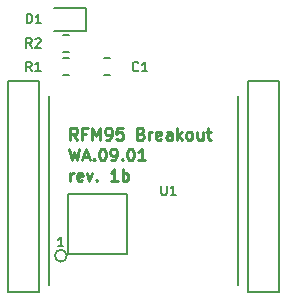
<source format=gto>
G04 #@! TF.GenerationSoftware,KiCad,Pcbnew,(5.1.4)-1*
G04 #@! TF.CreationDate,2019-10-27T13:01:11+01:00*
G04 #@! TF.ProjectId,project,70726f6a-6563-4742-9e6b-696361645f70,1b*
G04 #@! TF.SameCoordinates,Original*
G04 #@! TF.FileFunction,Legend,Top*
G04 #@! TF.FilePolarity,Positive*
%FSLAX46Y46*%
G04 Gerber Fmt 4.6, Leading zero omitted, Abs format (unit mm)*
G04 Created by KiCad (PCBNEW (5.1.4)-1) date 2019-10-27 13:01:11*
%MOMM*%
%LPD*%
G04 APERTURE LIST*
%ADD10C,0.250000*%
%ADD11C,0.150000*%
%ADD12C,0.200000*%
G04 APERTURE END LIST*
D10*
X122513563Y-87955440D02*
X122180230Y-87479250D01*
X121942135Y-87955440D02*
X121942135Y-86955440D01*
X122323087Y-86955440D01*
X122418325Y-87003060D01*
X122465944Y-87050679D01*
X122513563Y-87145917D01*
X122513563Y-87288774D01*
X122465944Y-87384012D01*
X122418325Y-87431631D01*
X122323087Y-87479250D01*
X121942135Y-87479250D01*
X123275468Y-87431631D02*
X122942135Y-87431631D01*
X122942135Y-87955440D02*
X122942135Y-86955440D01*
X123418325Y-86955440D01*
X123799278Y-87955440D02*
X123799278Y-86955440D01*
X124132611Y-87669726D01*
X124465944Y-86955440D01*
X124465944Y-87955440D01*
X124989754Y-87955440D02*
X125180230Y-87955440D01*
X125275468Y-87907821D01*
X125323087Y-87860202D01*
X125418325Y-87717345D01*
X125465944Y-87526869D01*
X125465944Y-87145917D01*
X125418325Y-87050679D01*
X125370706Y-87003060D01*
X125275468Y-86955440D01*
X125084992Y-86955440D01*
X124989754Y-87003060D01*
X124942135Y-87050679D01*
X124894516Y-87145917D01*
X124894516Y-87384012D01*
X124942135Y-87479250D01*
X124989754Y-87526869D01*
X125084992Y-87574488D01*
X125275468Y-87574488D01*
X125370706Y-87526869D01*
X125418325Y-87479250D01*
X125465944Y-87384012D01*
X126370706Y-86955440D02*
X125894516Y-86955440D01*
X125846897Y-87431631D01*
X125894516Y-87384012D01*
X125989754Y-87336393D01*
X126227849Y-87336393D01*
X126323087Y-87384012D01*
X126370706Y-87431631D01*
X126418325Y-87526869D01*
X126418325Y-87764964D01*
X126370706Y-87860202D01*
X126323087Y-87907821D01*
X126227849Y-87955440D01*
X125989754Y-87955440D01*
X125894516Y-87907821D01*
X125846897Y-87860202D01*
X127942135Y-87431631D02*
X128084992Y-87479250D01*
X128132611Y-87526869D01*
X128180230Y-87622107D01*
X128180230Y-87764964D01*
X128132611Y-87860202D01*
X128084992Y-87907821D01*
X127989754Y-87955440D01*
X127608801Y-87955440D01*
X127608801Y-86955440D01*
X127942135Y-86955440D01*
X128037373Y-87003060D01*
X128084992Y-87050679D01*
X128132611Y-87145917D01*
X128132611Y-87241155D01*
X128084992Y-87336393D01*
X128037373Y-87384012D01*
X127942135Y-87431631D01*
X127608801Y-87431631D01*
X128608801Y-87955440D02*
X128608801Y-87288774D01*
X128608801Y-87479250D02*
X128656420Y-87384012D01*
X128704040Y-87336393D01*
X128799278Y-87288774D01*
X128894516Y-87288774D01*
X129608801Y-87907821D02*
X129513563Y-87955440D01*
X129323087Y-87955440D01*
X129227849Y-87907821D01*
X129180230Y-87812583D01*
X129180230Y-87431631D01*
X129227849Y-87336393D01*
X129323087Y-87288774D01*
X129513563Y-87288774D01*
X129608801Y-87336393D01*
X129656420Y-87431631D01*
X129656420Y-87526869D01*
X129180230Y-87622107D01*
X130513563Y-87955440D02*
X130513563Y-87431631D01*
X130465944Y-87336393D01*
X130370706Y-87288774D01*
X130180230Y-87288774D01*
X130084992Y-87336393D01*
X130513563Y-87907821D02*
X130418325Y-87955440D01*
X130180230Y-87955440D01*
X130084992Y-87907821D01*
X130037373Y-87812583D01*
X130037373Y-87717345D01*
X130084992Y-87622107D01*
X130180230Y-87574488D01*
X130418325Y-87574488D01*
X130513563Y-87526869D01*
X130989754Y-87955440D02*
X130989754Y-86955440D01*
X131084992Y-87574488D02*
X131370706Y-87955440D01*
X131370706Y-87288774D02*
X130989754Y-87669726D01*
X131942135Y-87955440D02*
X131846897Y-87907821D01*
X131799278Y-87860202D01*
X131751659Y-87764964D01*
X131751659Y-87479250D01*
X131799278Y-87384012D01*
X131846897Y-87336393D01*
X131942135Y-87288774D01*
X132084992Y-87288774D01*
X132180230Y-87336393D01*
X132227849Y-87384012D01*
X132275468Y-87479250D01*
X132275468Y-87764964D01*
X132227849Y-87860202D01*
X132180230Y-87907821D01*
X132084992Y-87955440D01*
X131942135Y-87955440D01*
X133132611Y-87288774D02*
X133132611Y-87955440D01*
X132704040Y-87288774D02*
X132704040Y-87812583D01*
X132751659Y-87907821D01*
X132846897Y-87955440D01*
X132989754Y-87955440D01*
X133084992Y-87907821D01*
X133132611Y-87860202D01*
X133465944Y-87288774D02*
X133846897Y-87288774D01*
X133608801Y-86955440D02*
X133608801Y-87812583D01*
X133656420Y-87907821D01*
X133751659Y-87955440D01*
X133846897Y-87955440D01*
X121846897Y-88705440D02*
X122084992Y-89705440D01*
X122275468Y-88991155D01*
X122465944Y-89705440D01*
X122704040Y-88705440D01*
X123037373Y-89419726D02*
X123513563Y-89419726D01*
X122942135Y-89705440D02*
X123275468Y-88705440D01*
X123608801Y-89705440D01*
X123942135Y-89610202D02*
X123989754Y-89657821D01*
X123942135Y-89705440D01*
X123894516Y-89657821D01*
X123942135Y-89610202D01*
X123942135Y-89705440D01*
X124608801Y-88705440D02*
X124704040Y-88705440D01*
X124799278Y-88753060D01*
X124846897Y-88800679D01*
X124894516Y-88895917D01*
X124942135Y-89086393D01*
X124942135Y-89324488D01*
X124894516Y-89514964D01*
X124846897Y-89610202D01*
X124799278Y-89657821D01*
X124704040Y-89705440D01*
X124608801Y-89705440D01*
X124513563Y-89657821D01*
X124465944Y-89610202D01*
X124418325Y-89514964D01*
X124370706Y-89324488D01*
X124370706Y-89086393D01*
X124418325Y-88895917D01*
X124465944Y-88800679D01*
X124513563Y-88753060D01*
X124608801Y-88705440D01*
X125418325Y-89705440D02*
X125608801Y-89705440D01*
X125704040Y-89657821D01*
X125751659Y-89610202D01*
X125846897Y-89467345D01*
X125894516Y-89276869D01*
X125894516Y-88895917D01*
X125846897Y-88800679D01*
X125799278Y-88753060D01*
X125704040Y-88705440D01*
X125513563Y-88705440D01*
X125418325Y-88753060D01*
X125370706Y-88800679D01*
X125323087Y-88895917D01*
X125323087Y-89134012D01*
X125370706Y-89229250D01*
X125418325Y-89276869D01*
X125513563Y-89324488D01*
X125704040Y-89324488D01*
X125799278Y-89276869D01*
X125846897Y-89229250D01*
X125894516Y-89134012D01*
X126323087Y-89610202D02*
X126370706Y-89657821D01*
X126323087Y-89705440D01*
X126275468Y-89657821D01*
X126323087Y-89610202D01*
X126323087Y-89705440D01*
X126989754Y-88705440D02*
X127084992Y-88705440D01*
X127180230Y-88753060D01*
X127227849Y-88800679D01*
X127275468Y-88895917D01*
X127323087Y-89086393D01*
X127323087Y-89324488D01*
X127275468Y-89514964D01*
X127227849Y-89610202D01*
X127180230Y-89657821D01*
X127084992Y-89705440D01*
X126989754Y-89705440D01*
X126894516Y-89657821D01*
X126846897Y-89610202D01*
X126799278Y-89514964D01*
X126751659Y-89324488D01*
X126751659Y-89086393D01*
X126799278Y-88895917D01*
X126846897Y-88800679D01*
X126894516Y-88753060D01*
X126989754Y-88705440D01*
X128275468Y-89705440D02*
X127704040Y-89705440D01*
X127989754Y-89705440D02*
X127989754Y-88705440D01*
X127894516Y-88848298D01*
X127799278Y-88943536D01*
X127704040Y-88991155D01*
X121942135Y-91455440D02*
X121942135Y-90788774D01*
X121942135Y-90979250D02*
X121989754Y-90884012D01*
X122037373Y-90836393D01*
X122132611Y-90788774D01*
X122227849Y-90788774D01*
X122942135Y-91407821D02*
X122846897Y-91455440D01*
X122656420Y-91455440D01*
X122561182Y-91407821D01*
X122513563Y-91312583D01*
X122513563Y-90931631D01*
X122561182Y-90836393D01*
X122656420Y-90788774D01*
X122846897Y-90788774D01*
X122942135Y-90836393D01*
X122989754Y-90931631D01*
X122989754Y-91026869D01*
X122513563Y-91122107D01*
X123323087Y-90788774D02*
X123561182Y-91455440D01*
X123799278Y-90788774D01*
X124180230Y-91360202D02*
X124227849Y-91407821D01*
X124180230Y-91455440D01*
X124132611Y-91407821D01*
X124180230Y-91360202D01*
X124180230Y-91455440D01*
X125942135Y-91455440D02*
X125370706Y-91455440D01*
X125656420Y-91455440D02*
X125656420Y-90455440D01*
X125561182Y-90598298D01*
X125465944Y-90693536D01*
X125370706Y-90741155D01*
X126370706Y-91455440D02*
X126370706Y-90455440D01*
X126370706Y-90836393D02*
X126465944Y-90788774D01*
X126656420Y-90788774D01*
X126751659Y-90836393D01*
X126799278Y-90884012D01*
X126846897Y-90979250D01*
X126846897Y-91264964D01*
X126799278Y-91360202D01*
X126751659Y-91407821D01*
X126656420Y-91455440D01*
X126465944Y-91455440D01*
X126370706Y-91407821D01*
D11*
X121767600Y-92583000D02*
X126776480Y-92583000D01*
X126776480Y-97604580D02*
X126776480Y-92595700D01*
X126779020Y-97591880D02*
X121770140Y-97591880D01*
X121770140Y-92583000D02*
X121770140Y-97591880D01*
D12*
X121361171Y-96996204D02*
X120904028Y-96996204D01*
X121132600Y-96996204D02*
X121132600Y-96196204D01*
X121056409Y-96310490D01*
X120980219Y-96386680D01*
X120904028Y-96424776D01*
D11*
X120130300Y-100278200D02*
X120130300Y-84278200D01*
X136130300Y-100278200D02*
X136130300Y-84278200D01*
X121630300Y-97778200D02*
G75*
G03X121630300Y-97778200I-500000J0D01*
G01*
X125274838Y-81080540D02*
X124757682Y-81080540D01*
X125274838Y-82500540D02*
X124757682Y-82500540D01*
X121815358Y-82500540D02*
X121298202Y-82500540D01*
X121815358Y-81080540D02*
X121298202Y-81080540D01*
X120569480Y-78711940D02*
X123254480Y-78711940D01*
X123254480Y-78711940D02*
X123254480Y-76791940D01*
X123254480Y-76791940D02*
X120569480Y-76791940D01*
X121310902Y-79071400D02*
X121828058Y-79071400D01*
X121310902Y-80491400D02*
X121828058Y-80491400D01*
X116640300Y-82947200D02*
X119300300Y-82947200D01*
X116640300Y-100847200D02*
X116650300Y-82947200D01*
X119300300Y-100847200D02*
X119310300Y-82947200D01*
X116640300Y-100847200D02*
X119300300Y-100847200D01*
X136973000Y-82947200D02*
X139633000Y-82947200D01*
X136973000Y-100847200D02*
X136983000Y-82947200D01*
X139633000Y-100847200D02*
X139643000Y-82947200D01*
X136973000Y-100847200D02*
X139633000Y-100847200D01*
D12*
X129628976Y-91840104D02*
X129628976Y-92487723D01*
X129667071Y-92563914D01*
X129705166Y-92602009D01*
X129781357Y-92640104D01*
X129933738Y-92640104D01*
X130009928Y-92602009D01*
X130048023Y-92563914D01*
X130086119Y-92487723D01*
X130086119Y-91840104D01*
X130886119Y-92640104D02*
X130428976Y-92640104D01*
X130657547Y-92640104D02*
X130657547Y-91840104D01*
X130581357Y-91954390D01*
X130505166Y-92030580D01*
X130428976Y-92068676D01*
X127704866Y-82086414D02*
X127666771Y-82124509D01*
X127552485Y-82162604D01*
X127476295Y-82162604D01*
X127362009Y-82124509D01*
X127285819Y-82048319D01*
X127247723Y-81972128D01*
X127209628Y-81819747D01*
X127209628Y-81705461D01*
X127247723Y-81553080D01*
X127285819Y-81476890D01*
X127362009Y-81400700D01*
X127476295Y-81362604D01*
X127552485Y-81362604D01*
X127666771Y-81400700D01*
X127704866Y-81438795D01*
X128466771Y-82162604D02*
X128009628Y-82162604D01*
X128238200Y-82162604D02*
X128238200Y-81362604D01*
X128162009Y-81476890D01*
X128085819Y-81553080D01*
X128009628Y-81591176D01*
X118680246Y-82149904D02*
X118413580Y-81768952D01*
X118223103Y-82149904D02*
X118223103Y-81349904D01*
X118527865Y-81349904D01*
X118604056Y-81388000D01*
X118642151Y-81426095D01*
X118680246Y-81502285D01*
X118680246Y-81616571D01*
X118642151Y-81692761D01*
X118604056Y-81730857D01*
X118527865Y-81768952D01*
X118223103Y-81768952D01*
X119442151Y-82149904D02*
X118985008Y-82149904D01*
X119213580Y-82149904D02*
X119213580Y-81349904D01*
X119137389Y-81464190D01*
X119061199Y-81540380D01*
X118985008Y-81578476D01*
X118251043Y-78116384D02*
X118251043Y-77316384D01*
X118441520Y-77316384D01*
X118555805Y-77354480D01*
X118631996Y-77430670D01*
X118670091Y-77506860D01*
X118708186Y-77659241D01*
X118708186Y-77773527D01*
X118670091Y-77925908D01*
X118631996Y-78002099D01*
X118555805Y-78078289D01*
X118441520Y-78116384D01*
X118251043Y-78116384D01*
X119470091Y-78116384D02*
X119012948Y-78116384D01*
X119241520Y-78116384D02*
X119241520Y-77316384D01*
X119165329Y-77430670D01*
X119089139Y-77506860D01*
X119012948Y-77544956D01*
X118680246Y-80161084D02*
X118413580Y-79780132D01*
X118223103Y-80161084D02*
X118223103Y-79361084D01*
X118527865Y-79361084D01*
X118604056Y-79399180D01*
X118642151Y-79437275D01*
X118680246Y-79513465D01*
X118680246Y-79627751D01*
X118642151Y-79703941D01*
X118604056Y-79742037D01*
X118527865Y-79780132D01*
X118223103Y-79780132D01*
X118985008Y-79437275D02*
X119023103Y-79399180D01*
X119099294Y-79361084D01*
X119289770Y-79361084D01*
X119365960Y-79399180D01*
X119404056Y-79437275D01*
X119442151Y-79513465D01*
X119442151Y-79589656D01*
X119404056Y-79703941D01*
X118946913Y-80161084D01*
X119442151Y-80161084D01*
M02*

</source>
